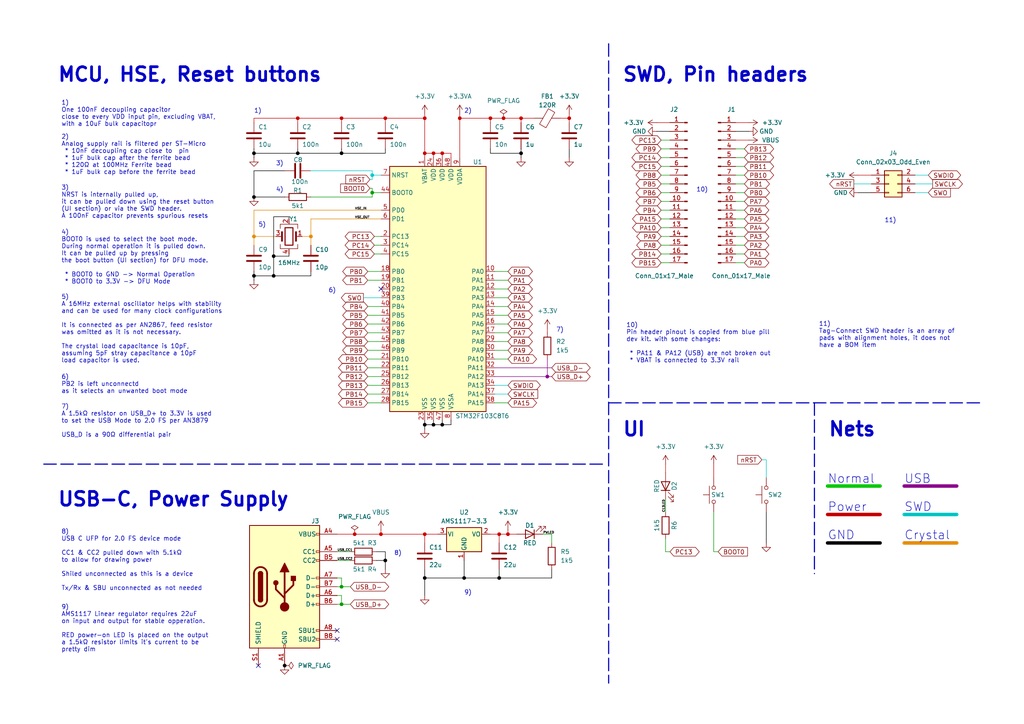
<source format=kicad_sch>
(kicad_sch (version 20211123) (generator eeschema)
  (paper "A4")
  (title_block (title "Bluer Pill STM32F107 dev board") (date "2022-12-17") (rev "A") (company "Merpderp") (comment 1 "https://unlicense.org") (comment 2 "License: unlicense (public domain)") (comment 3 "Nico Schlüter"))
  (junction (at 144.78 154.94) (color 194 0 0 1))
  (junction (at 125.73 123.19) (color 0 0 0 1))
  (junction (at 123.19 44.45) (color 194 0 0 1))
  (junction (at 73.66 80.01) (color 0 0 0 1))
  (junction (at 99.06 34.29) (color 194 0 0 1))
  (junction (at 99.06 175.26))
  (junction (at 86.36 34.29) (color 194 0 0 1))
  (junction (at 147.32 154.94) (color 194 0 0 1))
  (junction (at 110.49 154.94) (color 194 0 0 1))
  (junction (at 102.87 154.94) (color 194 0 0 1))
  (junction (at 90.17 68.58) (color 221 133 0 1))
  (junction (at 73.66 68.58) (color 221 133 0 1))
  (junction (at 99.06 44.45) (color 0 0 0 1))
  (junction (at 111.76 34.29) (color 194 0 0 1))
  (junction (at 142.24 34.29) (color 194 0 0 1))
  (junction (at 79.375 74.295) (color 0 0 0 1))
  (junction (at 82.55 193.04) (color 0 0 0 1))
  (junction (at 151.13 44.45) (color 0 0 0 1))
  (junction (at 73.66 57.15) (color 0 0 0 1))
  (junction (at 99.06 170.18))
  (junction (at 73.66 44.45) (color 0 0 0 1))
  (junction (at 86.36 44.45) (color 0 0 0 1))
  (junction (at 146.05 34.29) (color 194 0 0 1))
  (junction (at 123.19 154.94) (color 194 0 0 1))
  (junction (at 111.76 162.56) (color 0 0 0 1))
  (junction (at 107.95 50.8) (color 0 194 194 1))
  (junction (at 123.19 123.19) (color 0 0 0 1))
  (junction (at 123.19 167.64) (color 0 0 0 1))
  (junction (at 134.62 167.64) (color 0 0 0 1))
  (junction (at 79.375 80.01) (color 0 0 0 1))
  (junction (at 128.27 44.45) (color 194 0 0 1))
  (junction (at 107.95 55.88))
  (junction (at 165.1 34.29) (color 194 0 0 1))
  (junction (at 125.73 44.45) (color 194 0 0 1))
  (junction (at 144.78 167.64) (color 0 0 0 1))
  (junction (at 123.19 34.29) (color 194 0 0 1))
  (junction (at 151.13 34.29) (color 194 0 0 1))
  (junction (at 158.75 109.22) (color 132 0 132 1))
  (junction (at 133.35 34.29) (color 194 0 0 1))
  (junction (at 128.27 123.19) (color 0 0 0 1))
  (no_connect (at 97.79 182.88))
  (no_connect (at 74.93 193.04))
  (no_connect (at 97.79 185.42))
  (no_connect (at 110.49 83.82))
  (wire (pts (xy 102.87 154.94) (xy 110.49 154.94)) (stroke (width 0) (color 194 0 0 1)))
  (wire (pts (xy 142.24 34.29) (xy 146.05 34.29)) (stroke (width 0) (color 194 0 0 1)))
  (polyline (pts (xy 176.53 116.84) (xy 284.48 116.84)) (stroke (width 0.33)))
  (wire (pts (xy 247.65 53.34) (xy 252.73 53.34)) (stroke (width 0) (color 0 194 194 1)))
  (wire (pts (xy 123.19 154.94) (xy 127 154.94)) (stroke (width 0) (color 194 0 0 1)))
  (wire (pts (xy 142.24 34.29) (xy 142.24 35.56)) (stroke (width 0) (color 194 0 0 1)))
  (wire (pts (xy 248.92 50.8) (xy 252.73 50.8)) (stroke (width 0) (color 194 0 0 1)))
  (wire (pts (xy 106.68 114.3) (xy 110.49 114.3)))
  (wire (pts (xy 158.75 104.14) (xy 158.75 109.22)) (stroke (width 0) (color 132 0 132 1)))
  (wire (pts (xy 144.78 167.64) (xy 160.02 167.64)) (stroke (width 0) (color 0 0 0 1)))
  (wire (pts (xy 106.68 111.76) (xy 110.49 111.76)))
  (wire (pts (xy 109.22 160.02) (xy 111.76 160.02)) (stroke (width 0) (color 0 0 0 1)))
  (wire (pts (xy 107.95 50.8) (xy 107.95 49.53)) (stroke (width 0) (color 0 194 194 1)))
  (wire (pts (xy 142.24 43.18) (xy 142.24 44.45)) (stroke (width 0) (color 0 0 0 1)))
  (wire (pts (xy 143.51 96.52) (xy 147.32 96.52)))
  (wire (pts (xy 73.66 35.56) (xy 73.66 34.29)) (stroke (width 0) (color 194 0 0 1)))
  (wire (pts (xy 73.66 44.45) (xy 86.36 44.45)) (stroke (width 0) (color 0 0 0 1)))
  (wire (pts (xy 133.35 34.29) (xy 142.24 34.29)) (stroke (width 0) (color 194 0 0 1)))
  (wire (pts (xy 97.79 167.64) (xy 99.06 167.64)))
  (wire (pts (xy 220.98 133.35) (xy 222.25 133.35)) (stroke (width 0) (color 0 194 194 1)))
  (wire (pts (xy 80.01 68.58) (xy 73.66 68.58)) (stroke (width 0) (color 221 133 0 1)))
  (wire (pts (xy 106.68 93.98) (xy 110.49 93.98)))
  (wire (pts (xy 215.9 66.04) (xy 213.36 66.04)))
  (wire (pts (xy 143.51 111.76) (xy 147.32 111.76)) (stroke (width 0) (color 0 194 194 1)))
  (wire (pts (xy 86.36 44.45) (xy 86.36 43.18)) (stroke (width 0) (color 0 0 0 1)))
  (wire (pts (xy 123.19 33.02) (xy 123.19 34.29)) (stroke (width 0) (color 194 0 0 1)))
  (wire (pts (xy 106.68 101.6) (xy 110.49 101.6)))
  (wire (pts (xy 87.63 68.58) (xy 90.17 68.58)) (stroke (width 0) (color 221 133 0 1)))
  (wire (pts (xy 97.79 175.26) (xy 99.06 175.26)))
  (wire (pts (xy 194.31 76.2) (xy 191.77 76.2)))
  (wire (pts (xy 270.51 53.34) (xy 265.43 53.34)) (stroke (width 0) (color 0 194 194 1)))
  (wire (pts (xy 194.31 60.96) (xy 191.77 60.96)))
  (wire (pts (xy 143.51 114.3) (xy 147.32 114.3)) (stroke (width 0) (color 0 194 194 1)))
  (wire (pts (xy 130.81 123.19) (xy 128.27 123.19)) (stroke (width 0) (color 0 0 0 1)))
  (wire (pts (xy 123.19 172.72) (xy 123.19 167.64)) (stroke (width 0) (color 0 0 0 1)))
  (wire (pts (xy 111.76 34.29) (xy 111.76 35.56)) (stroke (width 0) (color 194 0 0 1)))
  (wire (pts (xy 194.31 71.12) (xy 191.77 71.12)))
  (wire (pts (xy 108.585 71.12) (xy 110.49 71.12)))
  (wire (pts (xy 143.51 101.6) (xy 147.32 101.6)))
  (wire (pts (xy 215.9 55.88) (xy 213.36 55.88)))
  (wire (pts (xy 128.27 123.19) (xy 125.73 123.19)) (stroke (width 0) (color 0 0 0 1)))
  (wire (pts (xy 143.51 88.9) (xy 147.32 88.9)))
  (wire (pts (xy 128.27 121.92) (xy 128.27 123.19)) (stroke (width 0) (color 0 0 0 1)))
  (wire (pts (xy 143.51 78.74) (xy 147.32 78.74)))
  (wire (pts (xy 99.06 44.45) (xy 111.76 44.45)) (stroke (width 0) (color 0 0 0 1)))
  (wire (pts (xy 143.51 106.68) (xy 160.02 106.68)) (stroke (width 0) (color 132 0 132 1)))
  (wire (pts (xy 73.66 43.18) (xy 73.66 44.45)) (stroke (width 0) (color 0 0 0 1)))
  (wire (pts (xy 107.95 55.88) (xy 110.49 55.88)))
  (polyline (pts (xy 12.7 134.62) (xy 175.26 134.62)) (stroke (width 0.33)))
  (wire (pts (xy 143.51 116.84) (xy 147.32 116.84)))
  (wire (pts (xy 194.31 50.8) (xy 191.77 50.8)))
  (wire (pts (xy 215.9 60.96) (xy 213.36 60.96)))
  (wire (pts (xy 215.9 45.72) (xy 213.36 45.72)))
  (wire (pts (xy 157.48 154.94) (xy 160.02 154.94)))
  (wire (pts (xy 73.66 80.01) (xy 79.375 80.01)) (stroke (width 0) (color 0 0 0 1)))
  (wire (pts (xy 143.51 99.06) (xy 147.32 99.06)))
  (wire (pts (xy 123.19 165.1) (xy 123.19 167.64)) (stroke (width 0) (color 0 0 0 1)))
  (wire (pts (xy 194.31 40.64) (xy 191.77 40.64)))
  (wire (pts (xy 165.1 33.02) (xy 165.1 34.29)) (stroke (width 0) (color 194 0 0 1)))
  (wire (pts (xy 107.95 55.88) (xy 107.95 57.15)))
  (wire (pts (xy 106.68 106.68) (xy 110.49 106.68)))
  (wire (pts (xy 151.13 35.56) (xy 151.13 34.29)) (stroke (width 0) (color 194 0 0 1)))
  (wire (pts (xy 142.24 44.45) (xy 151.13 44.45)) (stroke (width 0) (color 0 0 0 1)))
  (wire (pts (xy 107.95 50.8) (xy 110.49 50.8)) (stroke (width 0) (color 0 194 194 1)))
  (wire (pts (xy 222.25 148.59) (xy 222.25 157.48)) (stroke (width 0) (color 0 0 0 1)))
  (wire (pts (xy 90.17 68.58) (xy 90.17 63.5)) (stroke (width 0) (color 221 133 0 1)))
  (wire (pts (xy 125.73 121.92) (xy 125.73 123.19)) (stroke (width 0) (color 0 0 0 1)))
  (wire (pts (xy 158.75 109.22) (xy 160.02 109.22)) (stroke (width 0) (color 132 0 132 1)))
  (wire (pts (xy 193.04 160.02) (xy 193.04 156.21)))
  (wire (pts (xy 107.315 54.61) (xy 107.95 54.61)))
  (polyline (pts (xy 176.53 12.7) (xy 176.53 198.12)) (stroke (width 0.33) (type dash)))
  (wire (pts (xy 162.56 34.29) (xy 165.1 34.29)) (stroke (width 0) (color 194 0 0 1)))
  (polyline (pts (xy 236.22 116.84) (xy 236.22 166.37)) (stroke (width 0.33)))
  (wire (pts (xy 215.9 58.42) (xy 213.36 58.42)))
  (wire (pts (xy 194.31 53.34) (xy 191.77 53.34)))
  (wire (pts (xy 128.27 44.45) (xy 130.81 44.45)) (stroke (width 0) (color 194 0 0 1)))
  (wire (pts (xy 79.375 74.295) (xy 83.82 74.295)) (stroke (width 0) (color 0 0 0 1)))
  (wire (pts (xy 107.315 52.07) (xy 107.95 52.07)) (stroke (width 0) (color 0 194 194 1)))
  (wire (pts (xy 143.51 86.36) (xy 147.32 86.36)))
  (polyline (pts (xy 262.255 149.225) (xy 277.495 149.225)) (stroke (width 1) (type solid) (color 0 194 194 1)))
  (wire (pts (xy 99.06 34.29) (xy 99.06 35.56)) (stroke (width 0) (color 194 0 0 1)))
  (wire (pts (xy 144.78 167.64) (xy 144.78 165.1)) (stroke (width 0) (color 0 0 0 1)))
  (wire (pts (xy 108.585 68.58) (xy 110.49 68.58)))
  (wire (pts (xy 194.31 66.04) (xy 191.77 66.04)))
  (wire (pts (xy 269.24 50.8) (xy 265.43 50.8)) (stroke (width 0) (color 0 194 194 1)))
  (wire (pts (xy 143.51 83.82) (xy 147.32 83.82)))
  (wire (pts (xy 151.13 34.29) (xy 154.94 34.29)) (stroke (width 0) (color 194 0 0 1)))
  (wire (pts (xy 97.79 160.02) (xy 101.6 160.02)))
  (wire (pts (xy 194.31 68.58) (xy 191.77 68.58)))
  (wire (pts (xy 194.31 45.72) (xy 191.77 45.72)))
  (wire (pts (xy 106.68 81.28) (xy 110.49 81.28)))
  (wire (pts (xy 123.19 121.92) (xy 123.19 123.19)) (stroke (width 0) (color 0 0 0 1)))
  (wire (pts (xy 111.76 44.45) (xy 111.76 43.18)) (stroke (width 0) (color 0 0 0 1)))
  (wire (pts (xy 106.68 78.74) (xy 110.49 78.74)))
  (wire (pts (xy 107.95 54.61) (xy 107.95 55.88)))
  (wire (pts (xy 134.62 167.64) (xy 144.78 167.64)) (stroke (width 0) (color 0 0 0 1)))
  (wire (pts (xy 190.5 38.1) (xy 194.31 38.1)) (stroke (width 0) (color 0 0 0 1)))
  (wire (pts (xy 160.02 167.64) (xy 160.02 165.1)) (stroke (width 0) (color 0 0 0 1)))
  (wire (pts (xy 99.06 175.26) (xy 101.6 175.26)))
  (wire (pts (xy 111.76 34.29) (xy 123.19 34.29)) (stroke (width 0) (color 194 0 0 1)))
  (wire (pts (xy 194.31 73.66) (xy 191.77 73.66)))
  (wire (pts (xy 86.36 34.29) (xy 86.36 35.56)) (stroke (width 0) (color 194 0 0 1)))
  (polyline (pts (xy 240.03 149.225) (xy 255.27 149.225)) (stroke (width 1) (type solid) (color 194 0 0 1)))
  (wire (pts (xy 73.66 68.58) (xy 73.66 60.96)) (stroke (width 0) (color 221 133 0 1)))
  (wire (pts (xy 90.17 78.74) (xy 90.17 80.01)) (stroke (width 0) (color 0 0 0 1)))
  (wire (pts (xy 83.82 62.865) (xy 79.375 62.865)) (stroke (width 0) (color 0 0 0 1)))
  (wire (pts (xy 97.79 170.18) (xy 99.06 170.18)))
  (wire (pts (xy 106.68 91.44) (xy 110.49 91.44)))
  (wire (pts (xy 134.62 162.56) (xy 134.62 167.64)) (stroke (width 0) (color 0 0 0 1)))
  (wire (pts (xy 90.17 49.53) (xy 107.95 49.53)) (stroke (width 0) (color 0 194 194 1)))
  (wire (pts (xy 90.17 63.5) (xy 110.49 63.5)) (stroke (width 0) (color 221 133 0 1)))
  (wire (pts (xy 215.9 68.58) (xy 213.36 68.58)))
  (wire (pts (xy 73.66 49.53) (xy 73.66 57.15)) (stroke (width 0) (color 0 0 0 1)))
  (wire (pts (xy 73.66 45.72) (xy 73.66 44.45)) (stroke (width 0) (color 0 0 0 1)))
  (wire (pts (xy 143.51 91.44) (xy 147.32 91.44)))
  (wire (pts (xy 73.66 60.96) (xy 110.49 60.96)) (stroke (width 0) (color 221 133 0 1)))
  (wire (pts (xy 215.9 73.66) (xy 213.36 73.66)))
  (wire (pts (xy 194.31 43.18) (xy 191.77 43.18)))
  (wire (pts (xy 215.9 48.26) (xy 213.36 48.26)))
  (wire (pts (xy 79.375 62.865) (xy 79.375 74.295)) (stroke (width 0) (color 0 0 0 1)))
  (wire (pts (xy 99.06 170.18) (xy 99.06 167.64)))
  (wire (pts (xy 130.81 44.45) (xy 130.81 45.72)) (stroke (width 0) (color 194 0 0 1)))
  (wire (pts (xy 143.51 81.28) (xy 147.32 81.28)))
  (wire (pts (xy 194.31 58.42) (xy 191.77 58.42)))
  (wire (pts (xy 146.05 34.29) (xy 151.13 34.29)) (stroke (width 0) (color 194 0 0 1)))
  (wire (pts (xy 165.1 34.29) (xy 165.1 35.56)) (stroke (width 0) (color 194 0 0 1)))
  (wire (pts (xy 90.17 57.15) (xy 107.95 57.15)))
  (wire (pts (xy 194.31 160.02) (xy 193.04 160.02)))
  (wire (pts (xy 79.375 74.295) (xy 79.375 80.01)) (stroke (width 0) (color 0 0 0 1)))
  (wire (pts (xy 90.17 68.58) (xy 90.17 71.12)) (stroke (width 0) (color 221 133 0 1)))
  (polyline (pts (xy 240.03 140.97) (xy 255.27 140.97)) (stroke (width 1) (type solid) (color 0 194 0 1)))
  (wire (pts (xy 99.06 44.45) (xy 99.06 43.18)) (stroke (width 0) (color 0 0 0 1)))
  (wire (pts (xy 111.76 160.02) (xy 111.76 162.56)) (stroke (width 0) (color 0 0 0 1)))
  (wire (pts (xy 99.06 175.26) (xy 99.06 172.72)))
  (wire (pts (xy 144.78 154.94) (xy 142.24 154.94)) (stroke (width 0) (color 194 0 0 1)))
  (wire (pts (xy 106.68 96.52) (xy 110.49 96.52)))
  (wire (pts (xy 194.31 55.88) (xy 191.77 55.88)))
  (wire (pts (xy 97.79 154.94) (xy 102.87 154.94)) (stroke (width 0) (color 194 0 0 1)))
  (polyline (pts (xy 240.03 157.48) (xy 255.27 157.48)) (stroke (width 1) (type solid) (color 0 0 0 1)))
  (wire (pts (xy 128.27 44.45) (xy 128.27 45.72)) (stroke (width 0) (color 194 0 0 1)))
  (wire (pts (xy 269.24 55.88) (xy 265.43 55.88)) (stroke (width 0) (color 0 194 194 1)))
  (wire (pts (xy 217.17 38.1) (xy 213.36 38.1)) (stroke (width 0) (color 0 0 0 1)))
  (wire (pts (xy 86.36 34.29) (xy 99.06 34.29)) (stroke (width 0) (color 194 0 0 1)))
  (wire (pts (xy 151.13 43.18) (xy 151.13 44.45)) (stroke (width 0) (color 0 0 0 1)))
  (wire (pts (xy 125.73 44.45) (xy 125.73 45.72)) (stroke (width 0) (color 194 0 0 1)))
  (wire (pts (xy 143.51 104.14) (xy 147.32 104.14)))
  (wire (pts (xy 97.79 172.72) (xy 99.06 172.72)))
  (wire (pts (xy 106.68 99.06) (xy 110.49 99.06)))
  (wire (pts (xy 125.73 123.19) (xy 123.19 123.19)) (stroke (width 0) (color 0 0 0 1)))
  (wire (pts (xy 79.375 80.01) (xy 90.17 80.01)) (stroke (width 0) (color 0 0 0 1)))
  (wire (pts (xy 125.73 44.45) (xy 128.27 44.45)) (stroke (width 0) (color 194 0 0 1)))
  (wire (pts (xy 83.82 74.295) (xy 83.82 73.66)) (stroke (width 0) (color 0 0 0 1)))
  (wire (pts (xy 193.04 144.78) (xy 193.04 148.59)))
  (wire (pts (xy 144.78 154.94) (xy 147.32 154.94)) (stroke (width 0) (color 194 0 0 1)))
  (wire (pts (xy 158.75 95.25) (xy 158.75 96.52)) (stroke (width 0) (color 194 0 0 1)))
  (wire (pts (xy 123.19 34.29) (xy 123.19 44.45)) (stroke (width 0) (color 194 0 0 1)))
  (wire (pts (xy 217.17 40.64) (xy 213.36 40.64)) (stroke (width 0) (color 194 0 0 1)))
  (wire (pts (xy 248.92 55.88) (xy 252.73 55.88)) (stroke (width 0) (color 0 0 0 1)))
  (wire (pts (xy 99.06 170.18) (xy 101.6 170.18)))
  (polyline (pts (xy 262.255 140.97) (xy 277.495 140.97)) (stroke (width 1) (type solid) (color 132 0 132 1)))
  (wire (pts (xy 133.35 34.29) (xy 133.35 45.72)) (stroke (width 0) (color 194 0 0 1)))
  (wire (pts (xy 123.19 154.94) (xy 123.19 157.48)) (stroke (width 0) (color 194 0 0 1)))
  (wire (pts (xy 193.04 137.16) (xy 193.04 134.62)) (stroke (width 0) (color 194 0 0 1)))
  (wire (pts (xy 147.32 154.94) (xy 149.86 154.94)) (stroke (width 0) (color 194 0 0 1)))
  (wire (pts (xy 143.51 93.98) (xy 147.32 93.98)))
  (wire (pts (xy 73.66 80.01) (xy 73.66 81.28)) (stroke (width 0) (color 0 0 0 1)))
  (wire (pts (xy 215.9 71.12) (xy 213.36 71.12)))
  (wire (pts (xy 106.68 109.22) (xy 110.49 109.22)))
  (wire (pts (xy 105.41 86.36) (xy 110.49 86.36)) (stroke (width 0) (color 0 194 194 1)))
  (wire (pts (xy 160.02 154.94) (xy 160.02 157.48)))
  (wire (pts (xy 208.28 160.02) (xy 207.01 160.02)))
  (wire (pts (xy 215.9 53.34) (xy 213.36 53.34)))
  (wire (pts (xy 111.76 162.56) (xy 111.76 165.1)) (stroke (width 0) (color 0 0 0 1)))
  (wire (pts (xy 106.68 116.84) (xy 110.49 116.84)))
  (wire (pts (xy 144.78 157.48) (xy 144.78 154.94)) (stroke (width 0) (color 194 0 0 1)))
  (wire (pts (xy 222.25 133.35) (xy 222.25 138.43)) (stroke (width 0) (color 0 194 194 1)))
  (wire (pts (xy 123.19 167.64) (xy 134.62 167.64)) (stroke (width 0) (color 0 0 0 1)))
  (wire (pts (xy 109.22 162.56) (xy 111.76 162.56)) (stroke (width 0) (color 0 0 0 1)))
  (wire (pts (xy 110.49 153.67) (xy 110.49 154.94)) (stroke (width 0) (color 194 0 0 1)))
  (wire (pts (xy 123.19 123.19) (xy 123.19 124.46)) (stroke (width 0) (color 0 0 0 1)))
  (wire (pts (xy 217.17 35.56) (xy 213.36 35.56)) (stroke (width 0) (color 194 0 0 1)))
  (polyline (pts (xy 262.255 157.48) (xy 277.495 157.48)) (stroke (width 1) (type solid) (color 221 133 0 1)))
  (wire (pts (xy 215.9 50.8) (xy 213.36 50.8)))
  (wire (pts (xy 151.13 44.45) (xy 151.13 45.72)) (stroke (width 0) (color 0 0 0 1)))
  (wire (pts (xy 133.35 33.02) (xy 133.35 34.29)) (stroke (width 0) (color 194 0 0 1)))
  (wire (pts (xy 207.01 134.62) (xy 207.01 138.43)) (stroke (width 0) (color 194 0 0 1)))
  (wire (pts (xy 130.81 121.92) (xy 130.81 123.19)) (stroke (width 0) (color 0 0 0 1)))
  (wire (pts (xy 215.9 63.5) (xy 213.36 63.5)))
  (wire (pts (xy 73.66 68.58) (xy 73.66 71.12)) (stroke (width 0) (color 221 133 0 1)))
  (wire (pts (xy 165.1 43.18) (xy 165.1 45.72)) (stroke (width 0) (color 0 0 0 1)))
  (wire (pts (xy 194.31 63.5) (xy 191.77 63.5)))
  (wire (pts (xy 143.51 109.22) (xy 158.75 109.22)) (stroke (width 0) (color 132 0 132 1)))
  (wire (pts (xy 215.9 76.2) (xy 213.36 76.2)))
  (wire (pts (xy 123.19 44.45) (xy 123.19 45.72)) (stroke (width 0) (color 194 0 0 1)))
  (wire (pts (xy 147.32 153.67) (xy 147.32 154.94)) (stroke (width 0) (color 194 0 0 1)))
  (wire (pts (xy 123.19 44.45) (xy 125.73 44.45)) (stroke (width 0) (color 194 0 0 1)))
  (wire (pts (xy 86.36 44.45) (xy 99.06 44.45)) (stroke (width 0) (color 0 0 0 1)))
  (wire (pts (xy 73.66 49.53) (xy 82.55 49.53)) (stroke (width 0) (color 0 0 0 1)))
  (wire (pts (xy 110.49 154.94) (xy 123.19 154.94)) (stroke (width 0) (color 194 0 0 1)))
  (wire (pts (xy 73.66 57.15) (xy 82.55 57.15)) (stroke (width 0) (color 0 0 0 1)))
  (wire (pts (xy 207.01 160.02) (xy 207.01 148.59)))
  (wire (pts (xy 106.68 104.14) (xy 110.49 104.14)))
  (wire (pts (xy 73.66 34.29) (xy 86.36 34.29)) (stroke (width 0) (color 194 0 0 1)))
  (wire (pts (xy 97.79 162.56) (xy 101.6 162.56)))
  (wire (pts (xy 99.06 34.29) (xy 111.76 34.29)) (stroke (width 0) (color 194 0 0 1)))
  (wire (pts (xy 73.66 78.74) (xy 73.66 80.01)) (stroke (width 0) (color 0 0 0 1)))
  (wire (pts (xy 215.9 43.18) (xy 213.36 43.18)))
  (wire (pts (xy 83.82 62.865) (xy 83.82 63.5)) (stroke (width 0) (color 0 0 0 1)))
  (wire (pts (xy 190.5 35.56) (xy 194.31 35.56)) (stroke (width 0) (color 194 0 0 1)))
  (wire (pts (xy 108.585 73.66) (xy 110.49 73.66)))
  (wire (pts (xy 106.68 88.9) (xy 110.49 88.9)))
  (wire (pts (xy 194.31 48.26) (xy 191.77 48.26)))
  (wire (pts (xy 107.95 52.07) (xy 107.95 50.8)) (stroke (width 0) (color 0 194 194 1)))
  (text "10)\nPin header pinout is copied from blue pill\ndev kit. with some changes:\n\n * PA11 & PA12 (USB) are not broken out \n * VBAT is connected to 3.3V rail" (at 181.61 105.41 0) (effects (font (size 1.27 1.27)) (justify left bottom)))
  (text "UI" (at 180.34 127 0) (effects (font (size 4 4) (thickness 0.8) bold) (justify left bottom)))
  (text "5)\nA 16MHz external oscillator helps with stability\nand can be used for many clock configurations\n\nIt is connected as per AN2867, feed resistor\nwas omitted as it is not necessary. \n\nThe crystal load capacitance is 10pF,\nassuming 5pF stray capacitance a 10pF\nload capacitor is used." (at 17.78 105.41 0) (effects (font (size 1.27 1.27)) (justify left bottom)))
  (text "11)\nTag-Connect SWD header is an array of\npads with alignment holes, it does not\nhave a BOM item" (at 237.49 100.965 0) (effects (font (size 1.27 1.27)) (justify left bottom)))
  (text "9)\nAMS1117 Linear regulator requires 22uF\non input and output for stable opperation.\n\nRED power-on LED is placed on the output\na 1.5kΩ resistor limits it's current to be\npretty dim " (at 17.78 189.23 0) (effects (font (size 1.27 1.27)) (justify left bottom)))
  (text "USB\n\nSWD\n\nCrystal" (at 262.255 156.845 0) (effects (font (size 2.54 2.54)) (justify left bottom)))
  (text "Nets" (at 240.03 127 0) (effects (font (size 4 4) (thickness 0.8) bold) (justify left bottom)))
  (text "7)" (at 161.29 96.52 0) (effects (font (size 1.27 1.27)) (justify left bottom)))
  (text "1)\nOne 100nF decoupling capacitor\nclose to every VDD input pin, excluding VBAT,\nwith a 10uF bulk capacitopr" (at 17.78 36.83 0) (effects (font (size 1.27 1.27)) (justify left bottom)))
  (text "5)" (at 74.93 66.04 0) (effects (font (size 1.27 1.27)) (justify left bottom)))
  (text "MCU, HSE, Reset buttons" (at 16.51 24.13 0) (effects (font (size 4 4) (thickness 0.8) bold) (justify left bottom)))
  (text "2)" (at 134.62 33.02 0) (effects (font (size 1.27 1.27)) (justify left bottom)))
  (text "10)" (at 201.93 55.88 0) (effects (font (size 1.27 1.27)) (justify left bottom)))
  (text "6)" (at 95.25 85.09 0) (effects (font (size 1.27 1.27)) (justify left bottom)))
  (text "4)\nBOOT0 is used to select the boot mode.\nDuring normal operation it is pulled down.\nIt can be pulled up by pressing\nthe boot button (UI section) for DFU mode.\n\n * BOOT0 to GND -> Normal Operation\n * BOOT0 to 3.3V -> DFU Mode " (at 17.78 82.55 0) (effects (font (size 1.27 1.27)) (justify left bottom)))
  (text "3)" (at 80.01 48.26 0) (effects (font (size 1.27 1.27)) (justify left bottom)))
  (text "2)\nAnalog supply rail is filtered per ST-Micro\n * 10nF decoupling cap close to  pin\n * 1uF bulk cap after the ferrite bead\n * 120Ω at 100MHz Ferrite bead\n * 1uF bulk cap before the ferrite bead" (at 17.78 50.8 0) (effects (font (size 1.27 1.27)) (justify left bottom)))
  (text "8)\nUSB C UFP for 2.0 FS device mode\n\nCC1 & CC2 pulled down with 5.1kΩ\nto allow for drawing power\n\nShiled unconnected as this is a device\n\nTx/Rx & SBU unconnected as not needed" (at 17.78 171.45 0) (effects (font (size 1.27 1.27)) (justify left bottom)))
  (text "8)" (at 114.3 161.29 0) (effects (font (size 1.27 1.27)) (justify left bottom)))
  (text "7)\nA 1.5kΩ resistor on USB_D+ to 3.3V is used\nto set the USB Mode to 2.0 FS per AN3879\n\nUSB_D is a 90Ω differential pair" (at 17.78 127 0) (effects (font (size 1.27 1.27)) (justify left bottom)))
  (text "9)" (at 134.62 172.72 0) (effects (font (size 1.27 1.27)) (justify left bottom)))
  (text "Normal\n\nPower\n\nGND" (at 240.03 156.845 0) (effects (font (size 2.54 2.54)) (justify left bottom)))
  (text "4)" (at 80.01 55.88 0) (effects (font (size 1.27 1.27)) (justify left bottom)))
  (text "SWD, Pin headers" (at 180.34 24.13 0) (effects (font (size 4 4) (thickness 0.8) bold) (justify left bottom)))
  (text "11)" (at 256.54 64.77 0) (effects (font (size 1.27 1.27)) (justify left bottom)))
  (text "3)\nNRST is internally pulled up,\nit can be pulled down using the reset button\n(UI section) or via the SWD header.\nA 100nF capacitor prevents spurious resets\n" (at 17.78 63.5 0) (effects (font (size 1.27 1.27)) (justify left bottom)))
  (text "1)" (at 73.66 33.02 0) (effects (font (size 1.27 1.27)) (justify left bottom)))
  (text "6)\nPB2 is left unconnectd\nas it selects an unwanted boot mode" (at 17.78 114.3 0) (effects (font (size 1.27 1.27)) (justify left bottom)))
  (text "USB-C, Power Supply" (at 16.51 147.32 0) (effects (font (size 4 4) (thickness 0.8) bold) (justify left bottom)))
  (label "HSE_OUT" (at 102.87 63.5 0) (effects (font (size 0.64 0.64))))
  (label "HSE_IN" (at 102.87 60.96 0) (effects (font (size 0.64 0.64))))
  (label "USB_CC1" (at 97.79 160.02 0) (effects (font (size 0.64 0.64))))
  (label "USB_CC2" (at 97.79 162.56 0) (effects (font (size 0.64 0.64))))
  (label "C13LED" (at 193.04 144.78 270) (effects (font (size 0.64 0.64))))
  (label "PWLED" (at 157.48 154.94 0) (effects (font (size 0.64 0.64))))
  (global_label "SWDIO" (shape bidirectional) (at 147.32 111.76 0) (property "Intersheet References" "${INTERSHEET_REFS}" (effects hide)))
  (global_label "PB9" (shape bidirectional) (at 106.68 101.6 180) (property "Intersheet References" "${INTERSHEET_REFS}" (effects hide)))
  (global_label "PB10" (shape bidirectional) (at 215.9 50.8 0) (property "Intersheet References" "${INTERSHEET_REFS}" (effects hide)))
  (global_label "PA2" (shape bidirectional) (at 215.9 71.12 0) (property "Intersheet References" "${INTERSHEET_REFS}" (effects hide)))
  (global_label "PA6" (shape bidirectional) (at 215.9 60.96 0) (property "Intersheet References" "${INTERSHEET_REFS}" (effects hide)))
  (global_label "PB5" (shape bidirectional) (at 191.77 53.34 180) (property "Intersheet References" "${INTERSHEET_REFS}" (effects hide)))
  (global_label "PA0" (shape bidirectional) (at 215.9 76.2 0) (property "Intersheet References" "${INTERSHEET_REFS}" (effects hide)))
  (global_label "PB1" (shape bidirectional) (at 215.9 53.34 0) (property "Intersheet References" "${INTERSHEET_REFS}" (effects hide)))
  (global_label "PB14" (shape bidirectional) (at 191.77 73.66 180) (property "Intersheet References" "${INTERSHEET_REFS}" (effects hide)))
  (global_label "SWO" (shape input) (at 269.24 55.88 0) (property "Intersheet References" "${INTERSHEET_REFS}" (effects hide)))
  (global_label "USB_D+" (shape bidirectional) (at 101.6 175.26 0) (property "Intersheet References" "${INTERSHEET_REFS}" (effects hide)))
  (global_label "PC15" (shape bidirectional) (at 191.77 48.26 180) (property "Intersheet References" "${INTERSHEET_REFS}" (effects hide)))
  (global_label "SWCLK" (shape output) (at 270.51 53.34 0) (property "Intersheet References" "${INTERSHEET_REFS}" (effects hide)))
  (global_label "PB9" (shape bidirectional) (at 191.77 43.18 180) (property "Intersheet References" "${INTERSHEET_REFS}" (effects hide)))
  (global_label "PB8" (shape bidirectional) (at 106.68 99.06 180) (property "Intersheet References" "${INTERSHEET_REFS}" (effects hide)))
  (global_label "PB15" (shape bidirectional) (at 106.68 116.84 180) (property "Intersheet References" "${INTERSHEET_REFS}" (effects hide)))
  (global_label "PB11" (shape bidirectional) (at 215.9 48.26 0) (property "Intersheet References" "${INTERSHEET_REFS}" (effects hide)))
  (global_label "PB13" (shape bidirectional) (at 106.68 111.76 180) (property "Intersheet References" "${INTERSHEET_REFS}" (effects hide)))
  (global_label "PB7" (shape bidirectional) (at 191.77 58.42 180) (property "Intersheet References" "${INTERSHEET_REFS}" (effects hide)))
  (global_label "PB14" (shape bidirectional) (at 106.68 114.3 180) (property "Intersheet References" "${INTERSHEET_REFS}" (effects hide)))
  (global_label "PA5" (shape bidirectional) (at 147.32 91.44 0) (property "Intersheet References" "${INTERSHEET_REFS}" (effects hide)))
  (global_label "PC14" (shape bidirectional) (at 108.585 71.12 180) (property "Intersheet References" "${INTERSHEET_REFS}" (effects hide)))
  (global_label "PC13" (shape bidirectional) (at 108.585 68.58 180) (property "Intersheet References" "${INTERSHEET_REFS}" (effects hide)))
  (global_label "USB_D+" (shape bidirectional) (at 160.02 109.22 0) (property "Intersheet References" "${INTERSHEET_REFS}" (effects hide)))
  (global_label "PA10" (shape bidirectional) (at 191.77 66.04 180) (property "Intersheet References" "${INTERSHEET_REFS}" (effects hide)))
  (global_label "PA0" (shape bidirectional) (at 147.32 78.74 0) (property "Intersheet References" "${INTERSHEET_REFS}" (effects hide)))
  (global_label "BOOT0" (shape input) (at 107.315 54.61 180) (property "Intersheet References" "${INTERSHEET_REFS}" (effects hide)))
  (global_label "PB12" (shape bidirectional) (at 106.68 109.22 180) (property "Intersheet References" "${INTERSHEET_REFS}" (effects hide)))
  (global_label "nRST" (shape input) (at 107.315 52.07 180) (property "Intersheet References" "${INTERSHEET_REFS}" (effects hide)))
  (global_label "PB4" (shape bidirectional) (at 106.68 88.9 180) (property "Intersheet References" "${INTERSHEET_REFS}" (effects hide)))
  (global_label "PA4" (shape bidirectional) (at 147.32 88.9 0) (property "Intersheet References" "${INTERSHEET_REFS}" (effects hide)))
  (global_label "PC15" (shape bidirectional) (at 108.585 73.66 180) (property "Intersheet References" "${INTERSHEET_REFS}" (effects hide)))
  (global_label "SWDIO" (shape bidirectional) (at 269.24 50.8 0) (property "Intersheet References" "${INTERSHEET_REFS}" (effects hide)))
  (global_label "PB6" (shape bidirectional) (at 191.77 55.88 180) (property "Intersheet References" "${INTERSHEET_REFS}" (effects hide)))
  (global_label "PA1" (shape bidirectional) (at 215.9 73.66 0) (property "Intersheet References" "${INTERSHEET_REFS}" (effects hide)))
  (global_label "PA15" (shape bidirectional) (at 147.32 116.84 0) (property "Intersheet References" "${INTERSHEET_REFS}" (effects hide)))
  (global_label "PA8" (shape bidirectional) (at 191.77 71.12 180) (property "Intersheet References" "${INTERSHEET_REFS}" (effects hide)))
  (global_label "PB7" (shape bidirectional) (at 106.68 96.52 180) (property "Intersheet References" "${INTERSHEET_REFS}" (effects hide)))
  (global_label "PB1" (shape bidirectional) (at 106.68 81.28 180) (property "Intersheet References" "${INTERSHEET_REFS}" (effects hide)))
  (global_label "PB5" (shape bidirectional) (at 106.68 91.44 180) (property "Intersheet References" "${INTERSHEET_REFS}" (effects hide)))
  (global_label "PA7" (shape bidirectional) (at 215.9 58.42 0) (property "Intersheet References" "${INTERSHEET_REFS}" (effects hide)))
  (global_label "PB0" (shape bidirectional) (at 215.9 55.88 0) (property "Intersheet References" "${INTERSHEET_REFS}" (effects hide)))
  (global_label "PA1" (shape bidirectional) (at 147.32 81.28 0) (property "Intersheet References" "${INTERSHEET_REFS}" (effects hide)))
  (global_label "SWCLK" (shape input) (at 147.32 114.3 0) (property "Intersheet References" "${INTERSHEET_REFS}" (effects hide)))
  (global_label "BOOT0" (shape input) (at 208.28 160.02 0) (property "Intersheet References" "${INTERSHEET_REFS}" (effects hide)))
  (global_label "PA9" (shape bidirectional) (at 191.77 68.58 180) (property "Intersheet References" "${INTERSHEET_REFS}" (effects hide)))
  (global_label "PA7" (shape bidirectional) (at 147.32 96.52 0) (property "Intersheet References" "${INTERSHEET_REFS}" (effects hide)))
  (global_label "PB4" (shape bidirectional) (at 191.77 60.96 180) (property "Intersheet References" "${INTERSHEET_REFS}" (effects hide)))
  (global_label "PB12" (shape bidirectional) (at 215.9 45.72 0) (property "Intersheet References" "${INTERSHEET_REFS}" (effects hide)))
  (global_label "PA10" (shape bidirectional) (at 147.32 104.14 0) (property "Intersheet References" "${INTERSHEET_REFS}" (effects hide)))
  (global_label "PA2" (shape bidirectional) (at 147.32 83.82 0) (property "Intersheet References" "${INTERSHEET_REFS}" (effects hide)))
  (global_label "PA6" (shape bidirectional) (at 147.32 93.98 0) (property "Intersheet References" "${INTERSHEET_REFS}" (effects hide)))
  (global_label "PA3" (shape bidirectional) (at 147.32 86.36 0) (property "Intersheet References" "${INTERSHEET_REFS}" (effects hide)))
  (global_label "nRST" (shape output) (at 247.65 53.34 180) (property "Intersheet References" "${INTERSHEET_REFS}" (effects hide)))
  (global_label "USB_D-" (shape bidirectional) (at 101.6 170.18 0) (property "Intersheet References" "${INTERSHEET_REFS}" (effects hide)))
  (global_label "PA3" (shape bidirectional) (at 215.9 68.58 0) (property "Intersheet References" "${INTERSHEET_REFS}" (effects hide)))
  (global_label "PC14" (shape bidirectional) (at 191.77 45.72 180) (property "Intersheet References" "${INTERSHEET_REFS}" (effects hide)))
  (global_label "PA5" (shape bidirectional) (at 215.9 63.5 0) (property "Intersheet References" "${INTERSHEET_REFS}" (effects hide)))
  (global_label "PA15" (shape bidirectional) (at 191.77 63.5 180) (property "Intersheet References" "${INTERSHEET_REFS}" (effects hide)))
  (global_label "USB_D-" (shape bidirectional) (at 160.02 106.68 0) (property "Intersheet References" "${INTERSHEET_REFS}" (effects hide)))
  (global_label "PB10" (shape bidirectional) (at 106.68 104.14 180) (property "Intersheet References" "${INTERSHEET_REFS}" (effects hide)))
  (global_label "PB13" (shape bidirectional) (at 215.9 43.18 0) (property "Intersheet References" "${INTERSHEET_REFS}" (effects hide)))
  (global_label "PA8" (shape bidirectional) (at 147.32 99.06 0) (property "Intersheet References" "${INTERSHEET_REFS}" (effects hide)))
  (global_label "PC13" (shape bidirectional) (at 194.31 160.02 0) (property "Intersheet References" "${INTERSHEET_REFS}" (effects hide)))
  (global_label "PC13" (shape bidirectional) (at 191.77 40.64 180) (property "Intersheet References" "${INTERSHEET_REFS}" (effects hide)))
  (global_label "nRST" (shape input) (at 220.98 133.35 180) (property "Intersheet References" "${INTERSHEET_REFS}" (effects hide)))
  (global_label "PB15" (shape bidirectional) (at 191.77 76.2 180) (property "Intersheet References" "${INTERSHEET_REFS}" (effects hide)))
  (global_label "PB8" (shape bidirectional) (at 191.77 50.8 180) (property "Intersheet References" "${INTERSHEET_REFS}" (effects hide)))
  (global_label "PB0" (shape bidirectional) (at 106.68 78.74 180) (property "Intersheet References" "${INTERSHEET_REFS}" (effects hide)))
  (global_label "PB11" (shape bidirectional) (at 106.68 106.68 180) (property "Intersheet References" "${INTERSHEET_REFS}" (effects hide)))
  (global_label "PA9" (shape bidirectional) (at 147.32 101.6 0) (property "Intersheet References" "${INTERSHEET_REFS}" (effects hide)))
  (global_label "PA4" (shape bidirectional) (at 215.9 66.04 0) (property "Intersheet References" "${INTERSHEET_REFS}" (effects hide)))
  (global_label "SWO" (shape output) (at 105.41 86.36 180) (property "Intersheet References" "${INTERSHEET_REFS}" (effects hide)))
  (global_label "PB6" (shape bidirectional) (at 106.68 93.98 180) (property "Intersheet References" "${INTERSHEET_REFS}" (effects hide)))
  (symbol (lib_id "Connector:USB_C_Receptacle_USB2.0") (at 82.55 170.18 0) (unit 1)
    (property "Reference" "J3" (at 91.44 151.13 0))
    (property "Value" "USB_C_Receptacle_USB2.0" (effects hide))
    (property "Footprint" "Connector_USB:USB_C_Receptacle_HRO_TYPE-C-31-M-12" (effects hide))
    (property "Datasheet" "https://www.usb.org/sites/default/files/documents/usb_type-c.zip" (effects hide))
  )
  (symbol (lib_id "power:PWR_FLAG") (at 102.87 154.94 0) (unit 1)
    (property "Reference" "#FLG0101" (effects hide))
    (property "Value" "PWR_FLAG" (at 102.87 149.86 0))
  )
  (symbol (lib_id "Device:C") (at 99.06 39.37 0) (unit 1)
    (property "Reference" "C3" (at 100.33 36.83 0) (effects (justify left)))
    (property "Value" "100n" (at 100.33 41.91 0) (effects (justify left)))
    (property "Footprint" "Capacitor_SMD:C_0402_1005Metric" (effects hide))
  )
  (symbol (lib_id "power:GND") (at 222.25 157.48 0) (unit 1)
    (property "Reference" "#PWR0121" (effects hide))
    (property "Value" "GND" (effects hide))
  )
  (symbol (lib_id "power:+3.3V") (at 190.5 35.56 90) (mirror x) (unit 1)
    (property "Reference" "#PWR0108" (effects hide))
    (property "Value" "+3.3V" (at 186.69 35.5601 90) (effects (justify left)))
  )
  (symbol (lib_id "Connector_Generic:Conn_02x03_Odd_Even") (at 257.81 53.34 0) (unit 1)
    (property "Reference" "J4" (at 259.08 44.45 0))
    (property "Value" "Conn_02x03_Odd_Even" (at 259.08 46.99 0))
    (property "Footprint" "Connector_PinHeader_2.54mm:PinHeader_2x03_P2.54mm_Vertical" (effects hide))
  )
  (symbol (lib_id "Device:C") (at 151.13 39.37 0) (unit 1)
    (property "Reference" "C6" (at 152.4 36.83 0) (effects (justify left)))
    (property "Value" "1u" (at 152.4 41.91 0) (effects (justify left)))
    (property "Footprint" "Capacitor_SMD:C_0603_1608Metric" (effects hide))
  )
  (symbol (lib_id "Connector:Conn_01x17_Male") (at 199.39 55.88 0) (mirror y) (unit 1)
    (property "Reference" "J2" (at 194.31 31.75 0) (effects (justify right)))
    (property "Value" "Conn_01x17_Male" (at 184.15 80.01 0) (effects (justify right)))
    (property "Footprint" "Connector_PinHeader_2.54mm:PinHeader_1x17_P2.54mm_Vertical" (effects hide))
  )
  (symbol (lib_id "power:GND") (at 111.76 165.1 0) (unit 1)
    (property "Reference" "#PWR0129" (effects hide))
    (property "Value" "GND" (effects hide))
  )
  (symbol (lib_id "Device:C") (at 73.66 74.93 0) (unit 1)
    (property "Reference" "C9" (at 74.93 72.39 0) (effects (justify left)))
    (property "Value" "10p" (at 74.93 77.47 0) (effects (justify left)))
    (property "Footprint" "Capacitor_SMD:C_0402_1005Metric" (effects hide))
  )
  (symbol (lib_id "power:PWR_FLAG") (at 82.55 193.04 270) (unit 1)
    (property "Reference" "#FLG0103" (effects hide))
    (property "Value" "PWR_FLAG" (at 86.36 193.0399 90) (effects (justify left)))
  )
  (symbol (lib_id "power:GND") (at 82.55 193.04 0) (unit 1)
    (property "Reference" "#PWR0125" (effects hide))
    (property "Value" "GND" (effects hide))
  )
  (symbol (lib_id "Device:C") (at 73.66 39.37 0) (unit 1)
    (property "Reference" "C1" (at 74.93 36.83 0) (effects (justify left)))
    (property "Value" "10u" (at 74.93 41.91 0) (effects (justify left)))
    (property "Footprint" "Capacitor_SMD:C_0805_2012Metric" (effects hide))
  )
  (symbol (lib_id "Device:R") (at 160.02 161.29 0) (unit 1)
    (property "Reference" "R5" (at 162.56 160.0199 0) (effects (justify left)))
    (property "Value" "1k5" (at 162.56 162.5599 0) (effects (justify left)))
    (property "Footprint" "Resistor_SMD:R_0402_1005Metric" (effects hide))
  )
  (symbol (lib_id "power:+3.3V") (at 193.04 134.62 0) (unit 1)
    (property "Reference" "#PWR0128" (effects hide))
    (property "Value" "+3.3V" (at 193.04 129.54 0))
  )
  (symbol (lib_id "power:GND") (at 73.66 57.15 0) (unit 1)
    (property "Reference" "#PWR0122" (effects hide))
    (property "Value" "GND" (effects hide))
  )
  (symbol (lib_id "power:GND") (at 123.19 172.72 0) (unit 1)
    (property "Reference" "#PWR0124" (effects hide))
    (property "Value" "GND" (effects hide))
  )
  (symbol (lib_id "Device:C") (at 144.78 161.29 0) (unit 1)
    (property "Reference" "C12" (at 146.05 158.75 0) (effects (justify left)))
    (property "Value" "22u" (at 146.05 163.83 0) (effects (justify left)))
    (property "Footprint" "Capacitor_SMD:C_0805_2012Metric_Pad1.18x1.45mm_HandSolder" (effects hide))
  )
  (symbol (lib_id "Device:R") (at 158.75 100.33 0) (unit 1)
    (property "Reference" "R2" (at 161.29 99.0599 0) (effects (justify left)))
    (property "Value" "1k5" (at 161.29 101.5999 0) (effects (justify left)))
    (property "Footprint" "Resistor_SMD:R_0402_1005Metric" (effects hide))
  )
  (symbol (lib_id "Device:C") (at 142.24 39.37 0) (unit 1)
    (property "Reference" "C5" (at 143.51 36.83 0) (effects (justify left)))
    (property "Value" "10n" (at 143.51 41.91 0) (effects (justify left)))
    (property "Footprint" "Capacitor_SMD:C_0402_1005Metric" (effects hide))
  )
  (symbol (lib_id "power:+3.3V") (at 165.1 33.02 0) (unit 1)
    (property "Reference" "#PWR0103" (effects hide))
    (property "Value" "+3.3V" (at 165.1 27.94 0))
  )
  (symbol (lib_id "Device:C") (at 123.19 161.29 0) (unit 1)
    (property "Reference" "C11" (at 124.46 158.75 0) (effects (justify left)))
    (property "Value" "22u" (at 124.46 163.83 0) (effects (justify left)))
    (property "Footprint" "Capacitor_SMD:C_0805_2012Metric_Pad1.18x1.45mm_HandSolder" (effects hide))
  )
  (symbol (lib_id "Device:C") (at 90.17 74.93 0) (unit 1)
    (property "Reference" "C10" (at 91.44 72.39 0) (effects (justify left)))
    (property "Value" "10p" (at 91.44 77.47 0) (effects (justify left)))
    (property "Footprint" "Capacitor_SMD:C_0402_1005Metric" (effects hide))
  )
  (symbol (lib_id "power:+3.3V") (at 207.01 134.62 0) (unit 1)
    (property "Reference" "#PWR0111" (effects hide))
    (property "Value" "+3.3V" (at 207.01 129.54 0))
  )
  (symbol (lib_id "MCU_ST_STM32F1:STM32F103C8Tx") (at 128.27 83.82 0) (unit 1)
    (property "Reference" "U1" (at 137.16 46.99 0) (effects (justify left)))
    (property "Value" "STM32F103C8T6" (at 132.08 120.65 0) (effects (justify left)))
    (property "Footprint" "Package_QFP:LQFP-48_7x7mm_P0.5mm" (effects hide))
    (property "Datasheet" "http://www.st.com/st-web-ui/static/active/en/resource/technical/document/datasheet/CD00161566.pdf" (effects hide))
  )
  (symbol (lib_id "power:PWR_FLAG") (at 146.05 34.29 0) (unit 1)
    (property "Reference" "#FLG0102" (effects hide))
    (property "Value" "PWR_FLAG" (at 146.05 29.21 0))
  )
  (symbol (lib_id "Connector:Conn_01x17_Male") (at 208.28 55.88 0) (unit 1)
    (property "Reference" "J1" (at 213.36 31.75 0) (effects (justify right)))
    (property "Value" "Conn_01x17_Male" (at 223.52 80.01 0) (effects (justify right)))
    (property "Footprint" "Connector_PinHeader_2.54mm:PinHeader_1x17_P2.54mm_Vertical" (effects hide))
  )
  (symbol (lib_id "Device:R") (at 105.41 160.02 90) (unit 1)
    (property "Reference" "R3" (at 107.95 157.48 90))
    (property "Value" "5k1" (at 104.14 157.48 90))
    (property "Footprint" "Resistor_SMD:R_0402_1005Metric" (effects hide))
  )
  (symbol (lib_id "power:+3.3V") (at 248.92 50.8 90) (unit 1)
    (property "Reference" "#PWR0115" (effects hide))
    (property "Value" "+3.3V" (at 245.11 50.7999 90) (effects (justify left)))
  )
  (symbol (lib_id "Device:R") (at 105.41 162.56 90) (unit 1)
    (property "Reference" "R4" (at 107.95 165.1 90))
    (property "Value" "5k1" (at 104.14 165.1 90))
    (property "Footprint" "Resistor_SMD:R_0402_1005Metric" (effects hide))
  )
  (symbol (lib_id "Switch:SW_Push") (at 222.25 143.51 90) (unit 1)
    (property "Reference" "SW2" (at 224.79 143.51 90))
    (property "Value" "SW_Push" (effects hide))
    (property "Footprint" "Button_Switch_SMD:SW_SPST_B3U-1000P" (effects hide))
  )
  (symbol (lib_id "power:VBUS") (at 217.17 40.64 270) (mirror x) (unit 1)
    (property "Reference" "#PWR0112" (effects hide))
    (property "Value" "VBUS" (at 220.98 40.6399 90) (effects (justify left)))
  )
  (symbol (lib_id "Device:LED") (at 153.67 154.94 180) (unit 1)
    (property "Reference" "D1" (at 153.67 152.4 0))
    (property "Value" "RED" (at 153.67 157.48 0))
    (property "Footprint" "LED_SMD:LED_0603_1608Metric" (effects hide))
  )
  (symbol (lib_id "Switch:SW_Push") (at 207.01 143.51 90) (unit 1)
    (property "Reference" "SW1" (at 208.28 143.51 90))
    (property "Value" "SW_Push" (effects hide))
    (property "Footprint" "Button_Switch_SMD:SW_SPST_B3U-1000P" (effects hide))
  )
  (symbol (lib_id "Device:C") (at 165.1 39.37 0) (unit 1)
    (property "Reference" "C7" (at 166.37 36.83 0) (effects (justify left)))
    (property "Value" "1u" (at 166.37 41.91 0) (effects (justify left)))
    (property "Footprint" "Capacitor_SMD:C_0603_1608Metric" (effects hide))
  )
  (symbol (lib_id "Device:C") (at 86.36 39.37 0) (unit 1)
    (property "Reference" "C2" (at 87.63 36.83 0) (effects (justify left)))
    (property "Value" "100n" (at 87.63 41.91 0) (effects (justify left)))
    (property "Footprint" "Capacitor_SMD:C_0402_1005Metric" (effects hide))
  )
  (symbol (lib_id "power:GND") (at 190.5 38.1 270) (mirror x) (unit 1)
    (property "Reference" "#PWR0109" (effects hide))
    (property "Value" "GND" (at 185.42 38.1 90))
  )
  (symbol (lib_id "Device:Crystal_GND24") (at 83.82 68.58 0) (mirror y) (unit 1)
    (property "Reference" "Y1" (at 85.09 63.5 0))
    (property "Value" "16MHz" (at 83.82 76.2 0))
    (property "Footprint" "Crystal:Crystal_SMD_3225-4Pin_3.2x2.5mm" (effects hide))
  )
  (symbol (lib_id "Device:C") (at 86.36 49.53 270) (mirror x) (unit 1)
    (property "Reference" "C8" (at 85.09 46.355 90) (effects (justify left)))
    (property "Value" "100n" (at 84.455 52.705 90) (effects (justify left)))
    (property "Footprint" "Capacitor_SMD:C_0402_1005Metric" (effects hide))
  )
  (symbol (lib_id "power:GND") (at 73.66 45.72 0) (unit 1)
    (property "Reference" "#PWR0119" (effects hide))
    (property "Value" "GND" (effects hide))
  )
  (symbol (lib_id "power:GND") (at 73.66 81.28 0) (unit 1)
    (property "Reference" "#PWR0123" (effects hide))
    (property "Value" "GND" (effects hide))
  )
  (symbol (lib_id "Device:R") (at 193.04 152.4 0) (unit 1)
    (property "Reference" "R6" (at 195.58 152.4 90))
    (property "Value" "1k5" (at 190.5 152.4 90))
    (property "Footprint" "Resistor_SMD:R_0402_1005Metric" (effects hide))
  )
  (symbol (lib_id "power:GND") (at 165.1 45.72 0) (unit 1)
    (property "Reference" "#PWR0105" (effects hide))
    (property "Value" "GND" (effects hide))
  )
  (symbol (lib_id "power:VBUS") (at 110.49 153.67 0) (unit 1)
    (property "Reference" "#PWR0126" (effects hide))
    (property "Value" "VBUS" (at 110.49 148.59 0))
  )
  (symbol (lib_id "Regulator_Linear:AMS1117-3.3") (at 134.62 154.94 0) (unit 1)
    (property "Reference" "U2" (at 134.62 148.59 0))
    (property "Value" "AMS1117-3.3" (at 134.62 151.13 0))
    (property "Footprint" "Package_TO_SOT_SMD:SOT-223-3_TabPin2" (effects hide))
    (property "Datasheet" "http://www.advanced-monolithic.com/pdf/ds1117.pdf" (effects hide))
  )
  (symbol (lib_id "Device:R") (at 86.36 57.15 90) (unit 1)
    (property "Reference" "R1" (at 86.36 55.245 90))
    (property "Value" "5k1" (at 86.36 59.69 90))
    (property "Footprint" "Resistor_SMD:R_0402_1005Metric" (effects hide))
  )
  (symbol (lib_id "power:GND") (at 248.92 55.88 270) (unit 1)
    (property "Reference" "#PWR0114" (effects hide))
    (property "Value" "GND" (at 243.84 55.88 90))
  )
  (symbol (lib_id "Device:FerriteBead") (at 158.75 34.29 90) (unit 1)
    (property "Reference" "FB1" (at 158.75 27.94 90))
    (property "Value" "120R" (at 158.75 30.48 90))
    (property "Footprint" "Inductor_SMD:L_0603_1608Metric" (effects hide))
  )
  (symbol (lib_id "power:+3.3V") (at 158.75 95.25 0) (unit 1)
    (property "Reference" "#PWR0118" (effects hide))
    (property "Value" "+3.3V" (at 158.75 90.17 0))
  )
  (symbol (lib_id "Device:C") (at 111.76 39.37 0) (unit 1)
    (property "Reference" "C4" (at 113.03 36.83 0) (effects (justify left)))
    (property "Value" "100n" (at 113.03 41.91 0) (effects (justify left)))
    (property "Footprint" "Capacitor_SMD:C_0402_1005Metric" (effects hide))
  )
  (symbol (lib_id "Device:LED") (at 193.04 140.97 90) (unit 1)
    (property "Reference" "D2" (at 195.58 140.97 0))
    (property "Value" "RED" (at 190.5 140.97 0))
    (property "Footprint" "LED_SMD:LED_0603_1608Metric" (effects hide))
  )
  (symbol (lib_id "power:+3.3V") (at 217.17 35.56 270) (mirror x) (unit 1)
    (property "Reference" "#PWR0107" (effects hide))
    (property "Value" "+3.3V" (at 220.98 35.5599 90) (effects (justify left)))
  )
  (symbol (lib_id "power:GND") (at 217.17 38.1 90) (mirror x) (unit 1)
    (property "Reference" "#PWR0106" (effects hide))
    (property "Value" "GND" (at 222.25 38.1 90))
  )
  (symbol (lib_id "power:+3.3VA") (at 133.35 33.02 0) (unit 1)
    (property "Reference" "#PWR0102" (effects hide))
    (property "Value" "+3.3VA" (at 133.35 27.94 0))
  )
  (symbol (lib_id "power:GND") (at 151.13 45.72 0) (unit 1)
    (property "Reference" "#PWR0104" (effects hide))
    (property "Value" "GND" (effects hide))
  )
  (symbol (lib_id "power:+3.3V") (at 123.19 33.02 0) (unit 1)
    (property "Reference" "#PWR0101" (effects hide))
    (property "Value" "+3.3V" (at 123.19 27.94 0))
  )
  (symbol (lib_id "power:GND") (at 123.19 124.46 0) (unit 1)
    (property "Reference" "#PWR0127" (effects hide))
    (property "Value" "GND" (effects hide))
  )
  (symbol (lib_id "power:+3.3V") (at 147.32 153.67 0) (unit 1)
    (property "Reference" "#PWR0110" (effects hide))
    (property "Value" "+3.3V" (at 147.32 148.59 0))
  )
)
</source>
